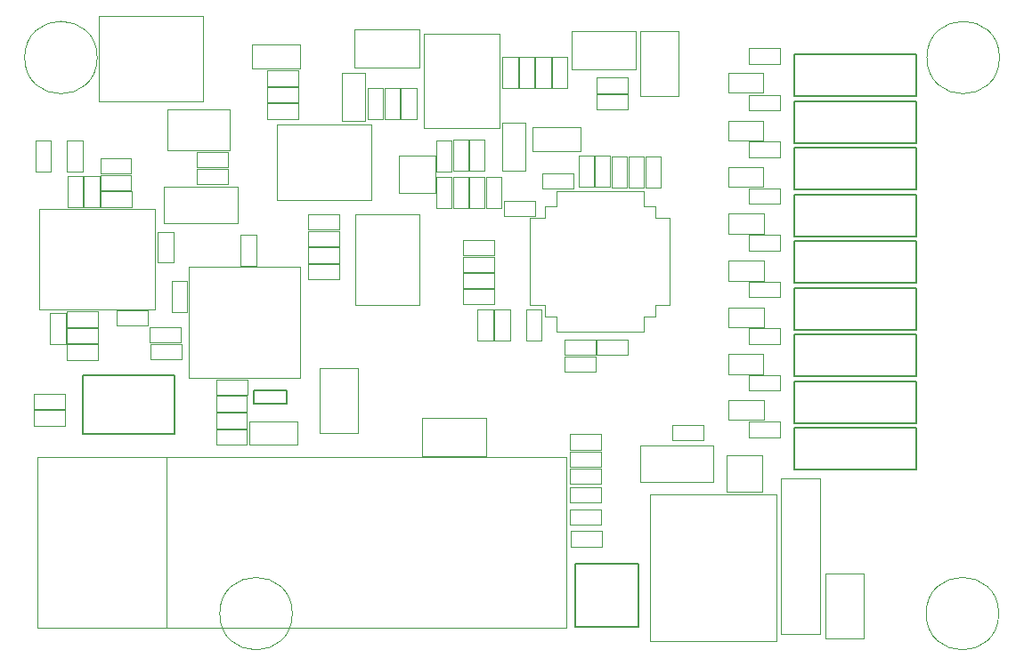
<source format=gbr>
G04 #@! TF.GenerationSoftware,KiCad,Pcbnew,(5.0.0)*
G04 #@! TF.CreationDate,2019-12-28T14:37:16+11:00*
G04 #@! TF.ProjectId,DAQ Board,44415120426F6172642E6B696361645F,rev?*
G04 #@! TF.SameCoordinates,Original*
G04 #@! TF.FileFunction,Other,User*
%FSLAX46Y46*%
G04 Gerber Fmt 4.6, Leading zero omitted, Abs format (unit mm)*
G04 Created by KiCad (PCBNEW (5.0.0)) date 12/28/19 14:37:16*
%MOMM*%
%LPD*%
G01*
G04 APERTURE LIST*
%ADD10C,0.150000*%
%ADD11C,0.050000*%
G04 APERTURE END LIST*
D10*
G04 #@! TO.C,SW10*
X211720428Y-74161482D02*
X211720428Y-78161482D01*
X200120428Y-78161482D02*
X211720428Y-78161482D01*
X200120428Y-74161482D02*
X211720428Y-74161482D01*
X200120428Y-74161482D02*
X200120428Y-78161482D01*
D11*
G04 #@! TO.C,R27*
X172480000Y-85100000D02*
X172480000Y-83640000D01*
X172480000Y-83640000D02*
X175440000Y-83640000D01*
X175440000Y-83640000D02*
X175440000Y-85100000D01*
X175440000Y-85100000D02*
X172480000Y-85100000D01*
G04 #@! TO.C,C62*
X142340000Y-94230000D02*
X140880000Y-94230000D01*
X140880000Y-94230000D02*
X140880000Y-91270000D01*
X140880000Y-91270000D02*
X142340000Y-91270000D01*
X142340000Y-91270000D02*
X142340000Y-94230000D01*
G04 #@! TO.C,J5*
X178380428Y-108091482D02*
X178380428Y-124341482D01*
X140380428Y-108091482D02*
X178380428Y-108091482D01*
X140380428Y-124341482D02*
X178380428Y-124341482D01*
X128080428Y-108091482D02*
X128080428Y-124341482D01*
X140380428Y-108091482D02*
X128080428Y-108091482D01*
X140380428Y-124341482D02*
X140380428Y-108091482D01*
X128080428Y-124341482D02*
X140380428Y-124341482D01*
G04 #@! TO.C,J12*
X154970428Y-99581482D02*
X154970428Y-105731482D01*
X154970428Y-105731482D02*
X158570428Y-105731482D01*
X158570428Y-105731482D02*
X158570428Y-99581482D01*
X158570428Y-99581482D02*
X154970428Y-99581482D01*
G04 #@! TO.C,J7*
X203060428Y-125321482D02*
X206660428Y-125321482D01*
X203060428Y-119171482D02*
X203060428Y-125321482D01*
X206660428Y-119171482D02*
X203060428Y-119171482D01*
X206660428Y-125321482D02*
X206660428Y-119171482D01*
G04 #@! TO.C,J16*
X158260428Y-70951482D02*
X164410428Y-70951482D01*
X164410428Y-70951482D02*
X164410428Y-67351482D01*
X164410428Y-67351482D02*
X158260428Y-67351482D01*
X158260428Y-67351482D02*
X158260428Y-70951482D01*
G04 #@! TO.C,J15*
X185050428Y-71121482D02*
X185050428Y-67521482D01*
X178900428Y-71121482D02*
X185050428Y-71121482D01*
X178900428Y-67521482D02*
X178900428Y-71121482D01*
X185050428Y-67521482D02*
X178900428Y-67521482D01*
G04 #@! TO.C,J14*
X185470428Y-67491482D02*
X185470428Y-73641482D01*
X185470428Y-73641482D02*
X189070428Y-73641482D01*
X189070428Y-73641482D02*
X189070428Y-67491482D01*
X189070428Y-67491482D02*
X185470428Y-67491482D01*
G04 #@! TO.C,J10*
X164660000Y-107930000D02*
X170810000Y-107930000D01*
X170810000Y-107930000D02*
X170810000Y-104330000D01*
X170810000Y-104330000D02*
X164660000Y-104330000D01*
X164660000Y-104330000D02*
X164660000Y-107930000D01*
G04 #@! TO.C,U4*
X159870428Y-83561482D02*
X150890428Y-83561482D01*
X159870428Y-83561482D02*
X159870428Y-76361482D01*
X150890428Y-76361482D02*
X150890428Y-83561482D01*
X150890428Y-76361482D02*
X159870428Y-76361482D01*
G04 #@! TO.C,U2*
X164870428Y-76741482D02*
X164870428Y-67761482D01*
X164870428Y-76741482D02*
X172070428Y-76741482D01*
X172070428Y-67761482D02*
X164870428Y-67761482D01*
X172070428Y-67761482D02*
X172070428Y-76741482D01*
D10*
G04 #@! TO.C,SW7*
X211720428Y-87496482D02*
X211720428Y-91496482D01*
X200120428Y-91496482D02*
X211720428Y-91496482D01*
X200120428Y-87496482D02*
X211720428Y-87496482D01*
X200120428Y-87496482D02*
X200120428Y-91496482D01*
G04 #@! TO.C,SW3*
X211720428Y-105276482D02*
X211720428Y-109276482D01*
X200120428Y-109276482D02*
X211720428Y-109276482D01*
X200120428Y-105276482D02*
X211720428Y-105276482D01*
X200120428Y-105276482D02*
X200120428Y-109276482D01*
G04 #@! TO.C,SW4*
X211720428Y-100831482D02*
X211720428Y-104831482D01*
X200120428Y-104831482D02*
X211720428Y-104831482D01*
X200120428Y-100831482D02*
X211720428Y-100831482D01*
X200120428Y-100831482D02*
X200120428Y-104831482D01*
G04 #@! TO.C,SW5*
X211720428Y-96386482D02*
X211720428Y-100386482D01*
X200120428Y-100386482D02*
X211720428Y-100386482D01*
X200120428Y-96386482D02*
X211720428Y-96386482D01*
X200120428Y-96386482D02*
X200120428Y-100386482D01*
G04 #@! TO.C,SW6*
X211720428Y-91941482D02*
X211720428Y-95941482D01*
X200120428Y-95941482D02*
X211720428Y-95941482D01*
X200120428Y-91941482D02*
X211720428Y-91941482D01*
X200120428Y-91941482D02*
X200120428Y-95941482D01*
G04 #@! TO.C,SW8*
X211720428Y-83051482D02*
X211720428Y-87051482D01*
X200120428Y-87051482D02*
X211720428Y-87051482D01*
X200120428Y-83051482D02*
X211720428Y-83051482D01*
X200120428Y-83051482D02*
X200120428Y-87051482D01*
G04 #@! TO.C,SW9*
X211720428Y-78606482D02*
X211720428Y-82606482D01*
X200120428Y-82606482D02*
X211720428Y-82606482D01*
X200120428Y-78606482D02*
X211720428Y-78606482D01*
X200120428Y-78606482D02*
X200120428Y-82606482D01*
G04 #@! TO.C,SW11*
X211664548Y-69716482D02*
X211664548Y-73716482D01*
X200064548Y-73716482D02*
X211664548Y-73716482D01*
X200064548Y-69716482D02*
X211664548Y-69716482D01*
X200064548Y-69716482D02*
X200064548Y-73716482D01*
D11*
G04 #@! TO.C,MH4*
X152360000Y-122961482D02*
G75*
G03X152360000Y-122961482I-3450000J0D01*
G01*
G04 #@! TO.C,MH3*
X133810428Y-70011482D02*
G75*
G03X133810428Y-70011482I-3450000J0D01*
G01*
G04 #@! TO.C,MH2*
X219600000Y-70011482D02*
G75*
G03X219600000Y-70011482I-3450000J0D01*
G01*
G04 #@! TO.C,MH1*
X219530000Y-122961482D02*
G75*
G03X219530000Y-122961482I-3450000J0D01*
G01*
D10*
G04 #@! TO.C,PB1*
X185285000Y-118205000D02*
X185285000Y-124195000D01*
X179295000Y-118205000D02*
X179295000Y-124195000D01*
X185285000Y-118205000D02*
X179295000Y-118205000D01*
X185285000Y-124195000D02*
X179295000Y-124195000D01*
G04 #@! TO.C,SW2*
X141158101Y-100235075D02*
X141158101Y-105835075D01*
X132458101Y-100235075D02*
X141158101Y-100235075D01*
X132458101Y-105835075D02*
X132458101Y-100235075D01*
X141158101Y-105835075D02*
X132458101Y-105835075D01*
D11*
G04 #@! TO.C,D6*
X178717928Y-112371482D02*
X178717928Y-110911482D01*
X178717928Y-110911482D02*
X181677928Y-110911482D01*
X181677928Y-110911482D02*
X181677928Y-112371482D01*
X181677928Y-112371482D02*
X178717928Y-112371482D01*
G04 #@! TO.C,ADC1*
X181602928Y-96073482D02*
X185752928Y-96073482D01*
X185752928Y-96073482D02*
X185752928Y-94673482D01*
X185752928Y-94673482D02*
X186852928Y-94673482D01*
X186852928Y-94673482D02*
X186852928Y-93573482D01*
X186852928Y-93573482D02*
X188252928Y-93573482D01*
X188252928Y-93573482D02*
X188252928Y-89423482D01*
X181602928Y-96073482D02*
X177452928Y-96073482D01*
X177452928Y-96073482D02*
X177452928Y-94673482D01*
X177452928Y-94673482D02*
X176352928Y-94673482D01*
X176352928Y-94673482D02*
X176352928Y-93573482D01*
X176352928Y-93573482D02*
X174952928Y-93573482D01*
X174952928Y-93573482D02*
X174952928Y-89423482D01*
X181602928Y-82773482D02*
X177452928Y-82773482D01*
X177452928Y-82773482D02*
X177452928Y-84173482D01*
X177452928Y-84173482D02*
X176352928Y-84173482D01*
X176352928Y-84173482D02*
X176352928Y-85273482D01*
X176352928Y-85273482D02*
X174952928Y-85273482D01*
X174952928Y-85273482D02*
X174952928Y-89423482D01*
X181602928Y-82773482D02*
X185752928Y-82773482D01*
X185752928Y-82773482D02*
X185752928Y-84173482D01*
X185752928Y-84173482D02*
X186852928Y-84173482D01*
X186852928Y-84173482D02*
X186852928Y-85273482D01*
X186852928Y-85273482D02*
X188252928Y-85273482D01*
X188252928Y-85273482D02*
X188252928Y-89423482D01*
G04 #@! TO.C,C1*
X193810768Y-102637522D02*
X197170768Y-102637522D01*
X193810768Y-104537522D02*
X193810768Y-102637522D01*
X197170768Y-104537522D02*
X193810768Y-104537522D01*
X197170768Y-102637522D02*
X197170768Y-104537522D01*
G04 #@! TO.C,C2*
X193797828Y-98256022D02*
X197157828Y-98256022D01*
X193797828Y-100156022D02*
X193797828Y-98256022D01*
X197157828Y-100156022D02*
X193797828Y-100156022D01*
X197157828Y-98256022D02*
X197157828Y-100156022D01*
G04 #@! TO.C,C3*
X197168228Y-93790702D02*
X197168228Y-95690702D01*
X197168228Y-95690702D02*
X193808228Y-95690702D01*
X193808228Y-95690702D02*
X193808228Y-93790702D01*
X193808228Y-93790702D02*
X197168228Y-93790702D01*
G04 #@! TO.C,C4*
X197168228Y-89345702D02*
X197168228Y-91245702D01*
X197168228Y-91245702D02*
X193808228Y-91245702D01*
X193808228Y-91245702D02*
X193808228Y-89345702D01*
X193808228Y-89345702D02*
X197168228Y-89345702D01*
G04 #@! TO.C,C5*
X193818388Y-84893082D02*
X197178388Y-84893082D01*
X193818388Y-86793082D02*
X193818388Y-84893082D01*
X197178388Y-86793082D02*
X193818388Y-86793082D01*
X197178388Y-84893082D02*
X197178388Y-86793082D01*
G04 #@! TO.C,C6*
X197155768Y-80420142D02*
X197155768Y-82320142D01*
X197155768Y-82320142D02*
X193795768Y-82320142D01*
X193795768Y-82320142D02*
X193795768Y-80420142D01*
X193795768Y-80420142D02*
X197155768Y-80420142D01*
G04 #@! TO.C,C7*
X197145368Y-76015782D02*
X197145368Y-77915782D01*
X197145368Y-77915782D02*
X193785368Y-77915782D01*
X193785368Y-77915782D02*
X193785368Y-76015782D01*
X193785368Y-76015782D02*
X197145368Y-76015782D01*
G04 #@! TO.C,C8*
X193788148Y-71456482D02*
X197148148Y-71456482D01*
X193788148Y-73356482D02*
X193788148Y-71456482D01*
X197148148Y-73356482D02*
X193788148Y-73356482D01*
X197148148Y-71456482D02*
X197148148Y-73356482D01*
G04 #@! TO.C,C9*
X181020428Y-79371482D02*
X181020428Y-82331482D01*
X179560428Y-79371482D02*
X181020428Y-79371482D01*
X179560428Y-82331482D02*
X179560428Y-79371482D01*
X181020428Y-82331482D02*
X179560428Y-82331482D01*
G04 #@! TO.C,C10*
X184225928Y-96884982D02*
X184225928Y-98344982D01*
X184225928Y-98344982D02*
X181265928Y-98344982D01*
X181265928Y-98344982D02*
X181265928Y-96884982D01*
X181265928Y-96884982D02*
X184225928Y-96884982D01*
G04 #@! TO.C,C11*
X182600428Y-82351482D02*
X181140428Y-82351482D01*
X181140428Y-82351482D02*
X181140428Y-79391482D01*
X181140428Y-79391482D02*
X182600428Y-79391482D01*
X182600428Y-79391482D02*
X182600428Y-82351482D01*
G04 #@! TO.C,C12*
X184340428Y-82363982D02*
X184340428Y-79403982D01*
X185800428Y-82363982D02*
X184340428Y-82363982D01*
X185800428Y-79403982D02*
X185800428Y-82363982D01*
X184340428Y-79403982D02*
X185800428Y-79403982D01*
G04 #@! TO.C,C13*
X184200428Y-79401482D02*
X184200428Y-82361482D01*
X182740428Y-79401482D02*
X184200428Y-79401482D01*
X182740428Y-82361482D02*
X182740428Y-79401482D01*
X184200428Y-82361482D02*
X182740428Y-82361482D01*
G04 #@! TO.C,C14*
X185930428Y-82373982D02*
X185930428Y-79413982D01*
X187390428Y-82373982D02*
X185930428Y-82373982D01*
X187390428Y-79413982D02*
X187390428Y-82373982D01*
X185930428Y-79413982D02*
X187390428Y-79413982D01*
G04 #@! TO.C,C15*
X178210428Y-99941482D02*
X178210428Y-98481482D01*
X178210428Y-98481482D02*
X181170428Y-98481482D01*
X181170428Y-98481482D02*
X181170428Y-99941482D01*
X181170428Y-99941482D02*
X178210428Y-99941482D01*
G04 #@! TO.C,C16*
X175200428Y-76681482D02*
X179760428Y-76681482D01*
X175200428Y-78921482D02*
X175200428Y-76681482D01*
X179760428Y-78921482D02*
X175200428Y-78921482D01*
X179760428Y-76681482D02*
X179760428Y-78921482D01*
G04 #@! TO.C,C17*
X174580428Y-96961482D02*
X174580428Y-94001482D01*
X176040428Y-96961482D02*
X174580428Y-96961482D01*
X176040428Y-94001482D02*
X176040428Y-96961482D01*
X174580428Y-94001482D02*
X176040428Y-94001482D01*
G04 #@! TO.C,C18*
X178210428Y-98341482D02*
X178210428Y-96881482D01*
X178210428Y-96881482D02*
X181170428Y-96881482D01*
X181170428Y-96881482D02*
X181170428Y-98341482D01*
X181170428Y-98341482D02*
X178210428Y-98341482D01*
G04 #@! TO.C,C19*
X176160428Y-81011482D02*
X179120428Y-81011482D01*
X176160428Y-82471482D02*
X176160428Y-81011482D01*
X179120428Y-82471482D02*
X176160428Y-82471482D01*
X179120428Y-81011482D02*
X179120428Y-82471482D01*
G04 #@! TO.C,C20*
X173050428Y-94011482D02*
X173050428Y-96971482D01*
X171590428Y-94011482D02*
X173050428Y-94011482D01*
X171590428Y-96971482D02*
X171590428Y-94011482D01*
X173050428Y-96971482D02*
X171590428Y-96971482D01*
G04 #@! TO.C,C21*
X171440428Y-94008982D02*
X171440428Y-96968982D01*
X169980428Y-94008982D02*
X171440428Y-94008982D01*
X169980428Y-96968982D02*
X169980428Y-94008982D01*
X171440428Y-96968982D02*
X169980428Y-96968982D01*
G04 #@! TO.C,C22*
X148920428Y-89818982D02*
X147460428Y-89818982D01*
X147460428Y-89818982D02*
X147460428Y-86858982D01*
X147460428Y-86858982D02*
X148920428Y-86858982D01*
X148920428Y-86858982D02*
X148920428Y-89818982D01*
G04 #@! TO.C,C23*
X145100428Y-103851482D02*
X148060428Y-103851482D01*
X145100428Y-105311482D02*
X145100428Y-103851482D01*
X148060428Y-105311482D02*
X145100428Y-105311482D01*
X148060428Y-103851482D02*
X148060428Y-105311482D01*
G04 #@! TO.C,C24*
X148060428Y-102251482D02*
X148060428Y-103711482D01*
X148060428Y-103711482D02*
X145100428Y-103711482D01*
X145100428Y-103711482D02*
X145100428Y-102251482D01*
X145100428Y-102251482D02*
X148060428Y-102251482D01*
G04 #@! TO.C,C25*
X145110428Y-100681482D02*
X148070428Y-100681482D01*
X145110428Y-102141482D02*
X145110428Y-100681482D01*
X148070428Y-102141482D02*
X145110428Y-102141482D01*
X148070428Y-100681482D02*
X148070428Y-102141482D01*
G04 #@! TO.C,C26*
X159320428Y-76071482D02*
X157080428Y-76071482D01*
X157080428Y-76071482D02*
X157080428Y-71511482D01*
X157080428Y-71511482D02*
X159320428Y-71511482D01*
X159320428Y-71511482D02*
X159320428Y-76071482D01*
G04 #@! TO.C,C27*
X161000428Y-72931482D02*
X161000428Y-75891482D01*
X159540428Y-72931482D02*
X161000428Y-72931482D01*
X159540428Y-75891482D02*
X159540428Y-72931482D01*
X161000428Y-75891482D02*
X159540428Y-75891482D01*
G04 #@! TO.C,C28*
X174550428Y-80751482D02*
X172310428Y-80751482D01*
X172310428Y-80751482D02*
X172310428Y-76191482D01*
X172310428Y-76191482D02*
X174550428Y-76191482D01*
X174550428Y-76191482D02*
X174550428Y-80751482D01*
G04 #@! TO.C,C29*
X162570428Y-75891482D02*
X161110428Y-75891482D01*
X161110428Y-75891482D02*
X161110428Y-72931482D01*
X161110428Y-72931482D02*
X162570428Y-72931482D01*
X162570428Y-72931482D02*
X162570428Y-75891482D01*
G04 #@! TO.C,C30*
X170660428Y-80811482D02*
X169200428Y-80811482D01*
X169200428Y-80811482D02*
X169200428Y-77851482D01*
X169200428Y-77851482D02*
X170660428Y-77851482D01*
X170660428Y-77851482D02*
X170660428Y-80811482D01*
G04 #@! TO.C,C31*
X164150428Y-72931482D02*
X164150428Y-75891482D01*
X162690428Y-72931482D02*
X164150428Y-72931482D01*
X162690428Y-75891482D02*
X162690428Y-72931482D01*
X164150428Y-75891482D02*
X162690428Y-75891482D01*
G04 #@! TO.C,C32*
X169080428Y-77861482D02*
X169080428Y-80821482D01*
X167620428Y-77861482D02*
X169080428Y-77861482D01*
X167620428Y-80821482D02*
X167620428Y-77861482D01*
X169080428Y-80821482D02*
X167620428Y-80821482D01*
G04 #@! TO.C,C33*
X167520428Y-80831482D02*
X166060428Y-80831482D01*
X166060428Y-80831482D02*
X166060428Y-77871482D01*
X166060428Y-77871482D02*
X167520428Y-77871482D01*
X167520428Y-77871482D02*
X167520428Y-80831482D01*
G04 #@! TO.C,C34*
X173800428Y-72941482D02*
X172340428Y-72941482D01*
X172340428Y-72941482D02*
X172340428Y-69981482D01*
X172340428Y-69981482D02*
X173800428Y-69981482D01*
X173800428Y-69981482D02*
X173800428Y-72941482D01*
G04 #@! TO.C,C35*
X175380428Y-72941482D02*
X173920428Y-72941482D01*
X173920428Y-72941482D02*
X173920428Y-69981482D01*
X173920428Y-69981482D02*
X175380428Y-69981482D01*
X175380428Y-69981482D02*
X175380428Y-72941482D01*
G04 #@! TO.C,C36*
X166070428Y-81401482D02*
X167530428Y-81401482D01*
X167530428Y-81401482D02*
X167530428Y-84361482D01*
X167530428Y-84361482D02*
X166070428Y-84361482D01*
X166070428Y-84361482D02*
X166070428Y-81401482D01*
G04 #@! TO.C,C37*
X176940428Y-69981482D02*
X176940428Y-72941482D01*
X175480428Y-69981482D02*
X176940428Y-69981482D01*
X175480428Y-72941482D02*
X175480428Y-69981482D01*
X176940428Y-72941482D02*
X175480428Y-72941482D01*
G04 #@! TO.C,C38*
X167620428Y-84361482D02*
X167620428Y-81401482D01*
X169080428Y-84361482D02*
X167620428Y-84361482D01*
X169080428Y-81401482D02*
X169080428Y-84361482D01*
X167620428Y-81401482D02*
X169080428Y-81401482D01*
G04 #@! TO.C,C39*
X178520428Y-72933982D02*
X177060428Y-72933982D01*
X177060428Y-72933982D02*
X177060428Y-69973982D01*
X177060428Y-69973982D02*
X178520428Y-69973982D01*
X178520428Y-69973982D02*
X178520428Y-72933982D01*
G04 #@! TO.C,C40*
X169200428Y-81411482D02*
X170660428Y-81411482D01*
X170660428Y-81411482D02*
X170660428Y-84371482D01*
X170660428Y-84371482D02*
X169200428Y-84371482D01*
X169200428Y-84371482D02*
X169200428Y-81411482D01*
G04 #@! TO.C,C41*
X170770428Y-81401482D02*
X172230428Y-81401482D01*
X172230428Y-81401482D02*
X172230428Y-84361482D01*
X172230428Y-84361482D02*
X170770428Y-84361482D01*
X170770428Y-84361482D02*
X170770428Y-81401482D01*
G04 #@! TO.C,C42*
X148310428Y-106891482D02*
X148310428Y-104651482D01*
X148310428Y-104651482D02*
X152870428Y-104651482D01*
X152870428Y-104651482D02*
X152870428Y-106891482D01*
X152870428Y-106891482D02*
X148310428Y-106891482D01*
G04 #@! TO.C,C43*
X145100428Y-105391482D02*
X148060428Y-105391482D01*
X145100428Y-106851482D02*
X145100428Y-105391482D01*
X148060428Y-106851482D02*
X145100428Y-106851482D01*
X148060428Y-105391482D02*
X148060428Y-106851482D01*
G04 #@! TO.C,C44*
X148500428Y-68801482D02*
X153060428Y-68801482D01*
X148500428Y-71041482D02*
X148500428Y-68801482D01*
X153060428Y-71041482D02*
X148500428Y-71041482D01*
X153060428Y-68801482D02*
X153060428Y-71041482D01*
G04 #@! TO.C,C45*
X152940428Y-71261482D02*
X152940428Y-72721482D01*
X152940428Y-72721482D02*
X149980428Y-72721482D01*
X149980428Y-72721482D02*
X149980428Y-71261482D01*
X149980428Y-71261482D02*
X152940428Y-71261482D01*
G04 #@! TO.C,C46*
X149977928Y-72821482D02*
X152937928Y-72821482D01*
X149977928Y-74281482D02*
X149977928Y-72821482D01*
X152937928Y-74281482D02*
X149977928Y-74281482D01*
X152937928Y-72821482D02*
X152937928Y-74281482D01*
G04 #@! TO.C,C47*
X152930428Y-74391482D02*
X152930428Y-75851482D01*
X152930428Y-75851482D02*
X149970428Y-75851482D01*
X149970428Y-75851482D02*
X149970428Y-74391482D01*
X149970428Y-74391482D02*
X152930428Y-74391482D01*
G04 #@! TO.C,C48*
X153850428Y-86371482D02*
X153850428Y-84911482D01*
X153850428Y-84911482D02*
X156810428Y-84911482D01*
X156810428Y-84911482D02*
X156810428Y-86371482D01*
X156810428Y-86371482D02*
X153850428Y-86371482D01*
G04 #@! TO.C,C49*
X156810428Y-87971482D02*
X153850428Y-87971482D01*
X156810428Y-86511482D02*
X156810428Y-87971482D01*
X153850428Y-86511482D02*
X156810428Y-86511482D01*
X153850428Y-87971482D02*
X153850428Y-86511482D01*
G04 #@! TO.C,C50*
X156810428Y-89561482D02*
X153850428Y-89561482D01*
X156810428Y-88101482D02*
X156810428Y-89561482D01*
X153850428Y-88101482D02*
X156810428Y-88101482D01*
X153850428Y-89561482D02*
X153850428Y-88101482D01*
G04 #@! TO.C,C51*
X156810428Y-91131482D02*
X153850428Y-91131482D01*
X156810428Y-89671482D02*
X156810428Y-91131482D01*
X153850428Y-89671482D02*
X156810428Y-89671482D01*
X153850428Y-91131482D02*
X153850428Y-89671482D01*
G04 #@! TO.C,C52*
X146271843Y-80580245D02*
X146271843Y-82040245D01*
X146271843Y-82040245D02*
X143311843Y-82040245D01*
X143311843Y-82040245D02*
X143311843Y-80580245D01*
X143311843Y-80580245D02*
X146271843Y-80580245D01*
G04 #@! TO.C,C53*
X146271843Y-78990245D02*
X146271843Y-80450245D01*
X146271843Y-80450245D02*
X143311843Y-80450245D01*
X143311843Y-80450245D02*
X143311843Y-78990245D01*
X143311843Y-78990245D02*
X146271843Y-78990245D01*
G04 #@! TO.C,C54*
X141041843Y-86590245D02*
X141041843Y-89550245D01*
X139581843Y-86590245D02*
X141041843Y-86590245D01*
X139581843Y-89550245D02*
X139581843Y-86590245D01*
X141041843Y-89550245D02*
X139581843Y-89550245D01*
G04 #@! TO.C,C55*
X130901843Y-98790245D02*
X130901843Y-97330245D01*
X130901843Y-97330245D02*
X133861843Y-97330245D01*
X133861843Y-97330245D02*
X133861843Y-98790245D01*
X133861843Y-98790245D02*
X130901843Y-98790245D01*
G04 #@! TO.C,C56*
X133861843Y-97230245D02*
X130901843Y-97230245D01*
X133861843Y-95770245D02*
X133861843Y-97230245D01*
X130901843Y-95770245D02*
X133861843Y-95770245D01*
X130901843Y-97230245D02*
X130901843Y-95770245D01*
G04 #@! TO.C,C57*
X130901843Y-95660245D02*
X130901843Y-94200245D01*
X130901843Y-94200245D02*
X133861843Y-94200245D01*
X133861843Y-94200245D02*
X133861843Y-95660245D01*
X133861843Y-95660245D02*
X130901843Y-95660245D01*
G04 #@! TO.C,C58*
X137054060Y-81075179D02*
X134094060Y-81075179D01*
X137054060Y-79615179D02*
X137054060Y-81075179D01*
X134094060Y-79615179D02*
X137054060Y-79615179D01*
X134094060Y-81075179D02*
X134094060Y-79615179D01*
G04 #@! TO.C,C59*
X134094060Y-82655179D02*
X134094060Y-81195179D01*
X134094060Y-81195179D02*
X137054060Y-81195179D01*
X137054060Y-81195179D02*
X137054060Y-82655179D01*
X137054060Y-82655179D02*
X134094060Y-82655179D01*
G04 #@! TO.C,C60*
X129331843Y-94310245D02*
X130791843Y-94310245D01*
X130791843Y-94310245D02*
X130791843Y-97270245D01*
X130791843Y-97270245D02*
X129331843Y-97270245D01*
X129331843Y-97270245D02*
X129331843Y-94310245D01*
G04 #@! TO.C,C61*
X137064060Y-84235179D02*
X134104060Y-84235179D01*
X137064060Y-82775179D02*
X137064060Y-84235179D01*
X134104060Y-82775179D02*
X137064060Y-82775179D01*
X134104060Y-84235179D02*
X134104060Y-82775179D01*
G04 #@! TO.C,D3*
X185410428Y-106931482D02*
X192410428Y-106931482D01*
X192410428Y-106931482D02*
X192410428Y-110431482D01*
X192410428Y-110431482D02*
X185410428Y-110431482D01*
X185410428Y-110431482D02*
X185410428Y-106931482D01*
G04 #@! TO.C,D4*
X181760428Y-116571482D02*
X178800428Y-116571482D01*
X181760428Y-115111482D02*
X181760428Y-116571482D01*
X178800428Y-115111482D02*
X181760428Y-115111482D01*
X178800428Y-116571482D02*
X178800428Y-115111482D01*
G04 #@! TO.C,D5*
X178780428Y-114511482D02*
X178780428Y-113051482D01*
X178780428Y-113051482D02*
X181740428Y-113051482D01*
X181740428Y-113051482D02*
X181740428Y-114511482D01*
X181740428Y-114511482D02*
X178780428Y-114511482D01*
G04 #@! TO.C,D7*
X140171843Y-82310245D02*
X147171843Y-82310245D01*
X147171843Y-82310245D02*
X147171843Y-85810245D01*
X147171843Y-85810245D02*
X140171843Y-85810245D01*
X140171843Y-85810245D02*
X140171843Y-82310245D01*
G04 #@! TO.C,D8*
X129410428Y-77951482D02*
X129410428Y-80911482D01*
X127950428Y-77951482D02*
X129410428Y-77951482D01*
X127950428Y-80911482D02*
X127950428Y-77951482D01*
X129410428Y-80911482D02*
X127950428Y-80911482D01*
G04 #@! TO.C,D9*
X132401843Y-80890245D02*
X130941843Y-80890245D01*
X130941843Y-80890245D02*
X130941843Y-77930245D01*
X130941843Y-77930245D02*
X132401843Y-77930245D01*
X132401843Y-77930245D02*
X132401843Y-80890245D01*
G04 #@! TO.C,F1*
X202550428Y-110101482D02*
X198850428Y-110101482D01*
X198850428Y-110101482D02*
X198850428Y-124901482D01*
X198850428Y-124901482D02*
X202550428Y-124901482D01*
X202550428Y-124901482D02*
X202550428Y-110101482D01*
G04 #@! TO.C,F2*
X146411843Y-74970245D02*
X146411843Y-78870245D01*
X146411843Y-78870245D02*
X140511843Y-78870245D01*
X140511843Y-78870245D02*
X140511843Y-74970245D01*
X140511843Y-74970245D02*
X146411843Y-74970245D01*
G04 #@! TO.C,J2*
X143881843Y-74220245D02*
X143881843Y-66030245D01*
X143881843Y-66030245D02*
X133991843Y-66030245D01*
X133991843Y-66030245D02*
X133991843Y-74220245D01*
X133991843Y-74220245D02*
X143881843Y-74220245D01*
G04 #@! TO.C,J4*
X198390428Y-125611482D02*
X198390428Y-111611482D01*
X198390428Y-111611482D02*
X186390428Y-111611482D01*
X186390428Y-111611482D02*
X186390428Y-125611482D01*
X186390428Y-125611482D02*
X198390428Y-125611482D01*
G04 #@! TO.C,J6*
X164480428Y-93611482D02*
X164480428Y-84961482D01*
X164480428Y-84961482D02*
X158330428Y-84961482D01*
X158330428Y-84961482D02*
X158330428Y-93611482D01*
X158330428Y-93611482D02*
X164480428Y-93611482D01*
G04 #@! TO.C,Q1*
X193630428Y-111381482D02*
X193630428Y-107881482D01*
X197030428Y-111381482D02*
X193630428Y-111381482D01*
X197030428Y-107881482D02*
X197030428Y-111381482D01*
X193630428Y-107881482D02*
X197030428Y-107881482D01*
G04 #@! TO.C,R1*
X184237187Y-73508641D02*
X184237187Y-74968641D01*
X184237187Y-74968641D02*
X181277187Y-74968641D01*
X181277187Y-74968641D02*
X181277187Y-73508641D01*
X181277187Y-73508641D02*
X184237187Y-73508641D01*
G04 #@! TO.C,R2*
X184240428Y-73381482D02*
X181280428Y-73381482D01*
X184240428Y-71921482D02*
X184240428Y-73381482D01*
X181280428Y-71921482D02*
X184240428Y-71921482D01*
X181280428Y-73381482D02*
X181280428Y-71921482D01*
G04 #@! TO.C,R3*
X195735428Y-106156482D02*
X195735428Y-104696482D01*
X195735428Y-104696482D02*
X198695428Y-104696482D01*
X198695428Y-104696482D02*
X198695428Y-106156482D01*
X198695428Y-106156482D02*
X195735428Y-106156482D01*
G04 #@! TO.C,R4*
X198695428Y-101711482D02*
X195735428Y-101711482D01*
X198695428Y-100251482D02*
X198695428Y-101711482D01*
X195735428Y-100251482D02*
X198695428Y-100251482D01*
X195735428Y-101711482D02*
X195735428Y-100251482D01*
G04 #@! TO.C,R5*
X198695428Y-97266482D02*
X195735428Y-97266482D01*
X198695428Y-95806482D02*
X198695428Y-97266482D01*
X195735428Y-95806482D02*
X198695428Y-95806482D01*
X195735428Y-97266482D02*
X195735428Y-95806482D01*
G04 #@! TO.C,R6*
X198695428Y-92821482D02*
X195735428Y-92821482D01*
X198695428Y-91361482D02*
X198695428Y-92821482D01*
X195735428Y-91361482D02*
X198695428Y-91361482D01*
X195735428Y-92821482D02*
X195735428Y-91361482D01*
G04 #@! TO.C,R7*
X195735428Y-88376482D02*
X195735428Y-86916482D01*
X195735428Y-86916482D02*
X198695428Y-86916482D01*
X198695428Y-86916482D02*
X198695428Y-88376482D01*
X198695428Y-88376482D02*
X195735428Y-88376482D01*
G04 #@! TO.C,R8*
X195735428Y-83931482D02*
X195735428Y-82471482D01*
X195735428Y-82471482D02*
X198695428Y-82471482D01*
X198695428Y-82471482D02*
X198695428Y-83931482D01*
X198695428Y-83931482D02*
X195735428Y-83931482D01*
G04 #@! TO.C,R9*
X198695428Y-79486482D02*
X195735428Y-79486482D01*
X198695428Y-78026482D02*
X198695428Y-79486482D01*
X195735428Y-78026482D02*
X198695428Y-78026482D01*
X195735428Y-79486482D02*
X195735428Y-78026482D01*
G04 #@! TO.C,R10*
X195735428Y-75041482D02*
X195735428Y-73581482D01*
X195735428Y-73581482D02*
X198695428Y-73581482D01*
X198695428Y-73581482D02*
X198695428Y-75041482D01*
X198695428Y-75041482D02*
X195735428Y-75041482D01*
G04 #@! TO.C,R11*
X195735428Y-70596482D02*
X195735428Y-69136482D01*
X195735428Y-69136482D02*
X198695428Y-69136482D01*
X198695428Y-69136482D02*
X198695428Y-70596482D01*
X198695428Y-70596482D02*
X195735428Y-70596482D01*
G04 #@! TO.C,R12*
X171560428Y-87361482D02*
X171560428Y-88821482D01*
X171560428Y-88821482D02*
X168600428Y-88821482D01*
X168600428Y-88821482D02*
X168600428Y-87361482D01*
X168600428Y-87361482D02*
X171560428Y-87361482D01*
G04 #@! TO.C,R13*
X171580428Y-93521482D02*
X168620428Y-93521482D01*
X171580428Y-92061482D02*
X171580428Y-93521482D01*
X168620428Y-92061482D02*
X171580428Y-92061482D01*
X168620428Y-93521482D02*
X168620428Y-92061482D01*
G04 #@! TO.C,R14*
X171570428Y-91961482D02*
X168610428Y-91961482D01*
X171570428Y-90501482D02*
X171570428Y-91961482D01*
X168610428Y-90501482D02*
X171570428Y-90501482D01*
X168610428Y-91961482D02*
X168610428Y-90501482D01*
G04 #@! TO.C,R15*
X168610428Y-90421482D02*
X168610428Y-88961482D01*
X168610428Y-88961482D02*
X171570428Y-88961482D01*
X171570428Y-88961482D02*
X171570428Y-90421482D01*
X171570428Y-90421482D02*
X168610428Y-90421482D01*
G04 #@! TO.C,R16*
X135650428Y-95561482D02*
X135650428Y-94101482D01*
X135650428Y-94101482D02*
X138610428Y-94101482D01*
X138610428Y-94101482D02*
X138610428Y-95561482D01*
X138610428Y-95561482D02*
X135650428Y-95561482D01*
G04 #@! TO.C,R17*
X138840428Y-98731482D02*
X138840428Y-97271482D01*
X138840428Y-97271482D02*
X141800428Y-97271482D01*
X141800428Y-97271482D02*
X141800428Y-98731482D01*
X141800428Y-98731482D02*
X138840428Y-98731482D01*
G04 #@! TO.C,R18*
X141790428Y-97141482D02*
X138830428Y-97141482D01*
X141790428Y-95681482D02*
X141790428Y-97141482D01*
X138830428Y-95681482D02*
X141790428Y-95681482D01*
X138830428Y-97141482D02*
X138830428Y-95681482D01*
G04 #@! TO.C,R19*
X188520428Y-106441482D02*
X188520428Y-104981482D01*
X188520428Y-104981482D02*
X191480428Y-104981482D01*
X191480428Y-104981482D02*
X191480428Y-106441482D01*
X191480428Y-106441482D02*
X188520428Y-106441482D01*
G04 #@! TO.C,R20*
X127810428Y-102021482D02*
X130770428Y-102021482D01*
X127810428Y-103481482D02*
X127810428Y-102021482D01*
X130770428Y-103481482D02*
X127810428Y-103481482D01*
X130770428Y-102021482D02*
X130770428Y-103481482D01*
G04 #@! TO.C,R21*
X130758101Y-105055075D02*
X127798101Y-105055075D01*
X130758101Y-103595075D02*
X130758101Y-105055075D01*
X127798101Y-103595075D02*
X130758101Y-103595075D01*
X127798101Y-105055075D02*
X127798101Y-103595075D01*
G04 #@! TO.C,R22*
X181750428Y-105881482D02*
X181750428Y-107341482D01*
X181750428Y-107341482D02*
X178790428Y-107341482D01*
X178790428Y-107341482D02*
X178790428Y-105881482D01*
X178790428Y-105881482D02*
X181750428Y-105881482D01*
G04 #@! TO.C,R23*
X178790428Y-107501482D02*
X181750428Y-107501482D01*
X178790428Y-108961482D02*
X178790428Y-107501482D01*
X181750428Y-108961482D02*
X178790428Y-108961482D01*
X181750428Y-107501482D02*
X181750428Y-108961482D01*
G04 #@! TO.C,R24*
X178777928Y-109121482D02*
X181737928Y-109121482D01*
X178777928Y-110581482D02*
X178777928Y-109121482D01*
X181737928Y-110581482D02*
X178777928Y-110581482D01*
X181737928Y-109121482D02*
X181737928Y-110581482D01*
G04 #@! TO.C,R25*
X131001843Y-84250245D02*
X131001843Y-81290245D01*
X132461843Y-84250245D02*
X131001843Y-84250245D01*
X132461843Y-81290245D02*
X132461843Y-84250245D01*
X131001843Y-81290245D02*
X132461843Y-81290245D01*
G04 #@! TO.C,R26*
X132561843Y-81290245D02*
X134021843Y-81290245D01*
X134021843Y-81290245D02*
X134021843Y-84250245D01*
X134021843Y-84250245D02*
X132561843Y-84250245D01*
X132561843Y-84250245D02*
X132561843Y-81290245D01*
G04 #@! TO.C,U1*
X142490428Y-100511482D02*
X153090428Y-100511482D01*
X142490428Y-89911482D02*
X153090428Y-89911482D01*
X142490428Y-100511482D02*
X142490428Y-89911482D01*
X153090428Y-100511482D02*
X153090428Y-89911482D01*
G04 #@! TO.C,U3*
X165930428Y-82881482D02*
X162530428Y-82881482D01*
X162530428Y-82881482D02*
X162530428Y-79381482D01*
X162530428Y-79381482D02*
X165930428Y-79381482D01*
X165930428Y-79381482D02*
X165930428Y-82881482D01*
G04 #@! TO.C,U5*
X128331843Y-93970245D02*
X139331843Y-93970245D01*
X128331843Y-84470245D02*
X139331843Y-84470245D01*
X128331843Y-93970245D02*
X128331843Y-84470245D01*
X139331843Y-93970245D02*
X139331843Y-84470245D01*
D10*
G04 #@! TO.C,Y1*
X151870428Y-102971482D02*
X148670428Y-102971482D01*
X151870428Y-101671482D02*
X148670428Y-101671482D01*
X151870428Y-102971482D02*
X151870428Y-101671482D01*
X148670428Y-102971482D02*
X148670428Y-101671482D01*
G04 #@! TD*
M02*

</source>
